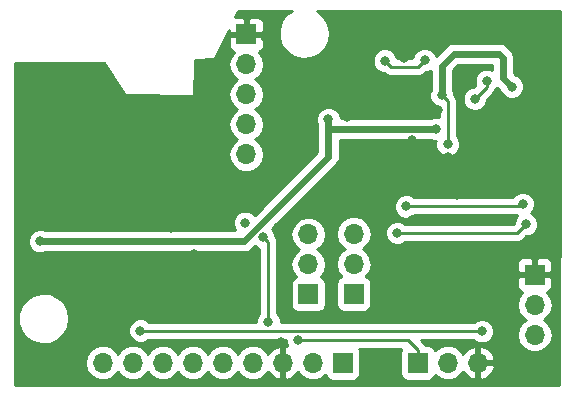
<source format=gbr>
G04 #@! TF.GenerationSoftware,KiCad,Pcbnew,(6.0.0-rc1-dev-1027-g90233e5ec)*
G04 #@! TF.CreationDate,2018-11-05T19:20:42+01:00*
G04 #@! TF.ProjectId,eBoard_remote_reciever,65426F6172645F72656D6F74655F7265,rev?*
G04 #@! TF.SameCoordinates,Original*
G04 #@! TF.FileFunction,Copper,L2,Bot*
G04 #@! TF.FilePolarity,Positive*
%FSLAX46Y46*%
G04 Gerber Fmt 4.6, Leading zero omitted, Abs format (unit mm)*
G04 Created by KiCad (PCBNEW (6.0.0-rc1-dev-1027-g90233e5ec)) date 05.11.2018 19.20.42*
%MOMM*%
%LPD*%
G01*
G04 APERTURE LIST*
G04 #@! TA.AperFunction,ComponentPad*
%ADD10O,1.700000X1.700000*%
G04 #@! TD*
G04 #@! TA.AperFunction,ComponentPad*
%ADD11R,1.700000X1.700000*%
G04 #@! TD*
G04 #@! TA.AperFunction,ViaPad*
%ADD12C,0.800000*%
G04 #@! TD*
G04 #@! TA.AperFunction,Conductor*
%ADD13C,0.600000*%
G04 #@! TD*
G04 #@! TA.AperFunction,Conductor*
%ADD14C,0.250000*%
G04 #@! TD*
G04 #@! TA.AperFunction,Conductor*
%ADD15C,0.254000*%
G04 #@! TD*
G04 APERTURE END LIST*
D10*
G04 #@! TO.P,J2,3*
G04 #@! TO.N,/A0*
X172450760Y-147477480D03*
G04 #@! TO.P,J2,2*
G04 #@! TO.N,3.3V*
X172450760Y-144937480D03*
D11*
G04 #@! TO.P,J2,1*
G04 #@! TO.N,GND*
X172450760Y-142397480D03*
G04 #@! TD*
D10*
G04 #@! TO.P,J105,3*
G04 #@! TO.N,/TXD_prejumper*
X153283920Y-138983720D03*
G04 #@! TO.P,J105,2*
G04 #@! TO.N,/TX*
X153283920Y-141523720D03*
D11*
G04 #@! TO.P,J105,1*
G04 #@! TO.N,/TXD*
X153283920Y-144063720D03*
G04 #@! TD*
D10*
G04 #@! TO.P,J104,3*
G04 #@! TO.N,/RXD_prejumper*
X157134560Y-138938000D03*
G04 #@! TO.P,J104,2*
G04 #@! TO.N,/RX*
X157134560Y-141478000D03*
D11*
G04 #@! TO.P,J104,1*
G04 #@! TO.N,/RXD*
X157134560Y-144018000D03*
G04 #@! TD*
D10*
G04 #@! TO.P,J103,3*
G04 #@! TO.N,GND*
X167640000Y-149860000D03*
G04 #@! TO.P,J103,2*
G04 #@! TO.N,VBUS*
X165100000Y-149860000D03*
D11*
G04 #@! TO.P,J103,1*
G04 #@! TO.N,/P0.11*
X162560000Y-149860000D03*
G04 #@! TD*
D10*
G04 #@! TO.P,J102,9*
G04 #@! TO.N,N/C*
X135890000Y-149860000D03*
G04 #@! TO.P,J102,8*
G04 #@! TO.N,Net-(J102-Pad8)*
X138430000Y-149860000D03*
G04 #@! TO.P,J102,7*
G04 #@! TO.N,Net-(J102-Pad7)*
X140970000Y-149860000D03*
G04 #@! TO.P,J102,6*
G04 #@! TO.N,Net-(J102-Pad6)*
X143510000Y-149860000D03*
G04 #@! TO.P,J102,5*
G04 #@! TO.N,Net-(J102-Pad5)*
X146050000Y-149860000D03*
G04 #@! TO.P,J102,4*
G04 #@! TO.N,VBUS*
X148590000Y-149860000D03*
G04 #@! TO.P,J102,3*
G04 #@! TO.N,GND*
X151130000Y-149860000D03*
G04 #@! TO.P,J102,2*
G04 #@! TO.N,/TXD*
X153670000Y-149860000D03*
D11*
G04 #@! TO.P,J102,1*
G04 #@! TO.N,/RXD*
X156210000Y-149860000D03*
G04 #@! TD*
D10*
G04 #@! TO.P,J101,5*
G04 #@! TO.N,/RESET*
X148026120Y-132217160D03*
G04 #@! TO.P,J101,4*
G04 #@! TO.N,/SWCLK*
X148026120Y-129677160D03*
G04 #@! TO.P,J101,3*
G04 #@! TO.N,/SWDIO*
X148026120Y-127137160D03*
G04 #@! TO.P,J101,2*
G04 #@! TO.N,3.3V*
X148026120Y-124597160D03*
D11*
G04 #@! TO.P,J101,1*
G04 #@! TO.N,GND*
X148026120Y-122057160D03*
G04 #@! TD*
D12*
G04 #@! TO.N,GND*
X167822880Y-132755640D03*
X169037000Y-132745480D03*
X167812720Y-131759960D03*
X166878000Y-125476000D03*
X166370000Y-126492000D03*
X169672000Y-128524000D03*
X167132000Y-128778000D03*
X169418000Y-127254000D03*
X169025000Y-131330000D03*
X161406840Y-124058680D03*
X133416040Y-138338560D03*
X129870200Y-134965440D03*
X133593840Y-124993400D03*
X136067800Y-125694440D03*
X145872200Y-124566680D03*
X149611080Y-122275600D03*
X154813000Y-123596400D03*
X163068000Y-122981720D03*
X161696400Y-121097040D03*
X166156640Y-122504200D03*
X168589960Y-139943840D03*
X165912800Y-135651240D03*
X166080440Y-137688320D03*
X162031680Y-135422640D03*
X161925000Y-139969240D03*
X165811200Y-139943840D03*
X172948600Y-140456920D03*
X169677080Y-149951440D03*
X150982680Y-148097240D03*
X137850880Y-143891000D03*
X135056880Y-144018000D03*
X140233400Y-140970000D03*
X143652240Y-140675360D03*
X141655800Y-138470640D03*
X144861280Y-138343640D03*
X153040080Y-132709920D03*
X153741120Y-129631440D03*
X156591000Y-129042160D03*
X162062160Y-130962400D03*
X157988000Y-135681720D03*
X164246560Y-128483360D03*
X162173920Y-128691640D03*
X165084760Y-132400040D03*
X162052000Y-137749280D03*
X164048440Y-142331440D03*
X144764760Y-135559800D03*
X145028920Y-136850120D03*
X143637000Y-137607040D03*
X135808720Y-134548880D03*
X136997440Y-134609840D03*
X135036560Y-137261600D03*
X139425680Y-130357880D03*
X137246360Y-127863600D03*
X137632440Y-131749800D03*
X141356080Y-128397000D03*
X140065760Y-133350000D03*
X141605000Y-130860800D03*
X146217640Y-123504960D03*
X133807200Y-126039880D03*
X135082280Y-125846840D03*
X149082760Y-136530080D03*
X150682960Y-138338560D03*
G04 #@! TO.N,3.3V*
X130586480Y-139557760D03*
X154995880Y-129230120D03*
X164124640Y-130083560D03*
G04 #@! TO.N,VBUS*
X170505120Y-126466600D03*
X164581840Y-127208280D03*
X165087814Y-131347106D03*
G04 #@! TO.N,/P0.11*
X147960080Y-137998200D03*
X149463760Y-139197080D03*
X149905720Y-146370040D03*
X152400000Y-147904200D03*
G04 #@! TO.N,Net-(R5-Pad1)*
X163139120Y-124236480D03*
X159766000Y-124272040D03*
G04 #@! TO.N,/USBD-*
X168402000Y-125984000D03*
X167386000Y-127508000D03*
G04 #@! TO.N,/RXD_prejumper*
X171719240Y-138120120D03*
X160807400Y-138856720D03*
G04 #@! TO.N,/TXD_prejumper*
X161574480Y-136616440D03*
X171439840Y-136403080D03*
G04 #@! TO.N,/A0*
X167990520Y-147177760D03*
X139080240Y-147121880D03*
G04 #@! TD*
D13*
G04 #@! TO.N,3.3V*
X130586480Y-139557760D02*
X138125200Y-139557760D01*
X138125200Y-139557760D02*
X147828000Y-139557760D01*
X147828000Y-139557760D02*
X154995880Y-132389880D01*
X154995880Y-130083560D02*
X164124640Y-130083560D01*
X154995880Y-130083560D02*
X154995880Y-129230120D01*
X154995880Y-132389880D02*
X154995880Y-130083560D01*
G04 #@! TO.N,VBUS*
X170505120Y-126466600D02*
X169758360Y-125719840D01*
X169758360Y-125719840D02*
X169758360Y-124023120D01*
X169758360Y-124023120D02*
X169428160Y-123692920D01*
X169428160Y-123692920D02*
X165592760Y-123692920D01*
X165592760Y-123692920D02*
X164581840Y-124703840D01*
X164581840Y-124703840D02*
X164581840Y-127208280D01*
D14*
X165087814Y-127714254D02*
X164581840Y-127208280D01*
X165087814Y-131347106D02*
X165087814Y-127714254D01*
G04 #@! TO.N,/P0.11*
X149463760Y-139197080D02*
X149905720Y-139639040D01*
X149905720Y-139639040D02*
X149905720Y-146370040D01*
X162560000Y-148760000D02*
X162560000Y-149860000D01*
X161704200Y-147904200D02*
X162560000Y-148760000D01*
X152400000Y-147904200D02*
X161704200Y-147904200D01*
G04 #@! TO.N,Net-(R5-Pad1)*
X160277641Y-124783681D02*
X159766000Y-124272040D01*
X163139120Y-124236480D02*
X162591919Y-124783681D01*
X162591919Y-124783681D02*
X160277641Y-124783681D01*
G04 #@! TO.N,/USBD-*
X168402000Y-125984000D02*
X168402000Y-126492000D01*
X168402000Y-126492000D02*
X167386000Y-127508000D01*
G04 #@! TO.N,/RXD_prejumper*
X171719240Y-138120120D02*
X170982640Y-138856720D01*
X170982640Y-138856720D02*
X160807400Y-138856720D01*
G04 #@! TO.N,/TXD_prejumper*
X161574480Y-136616440D02*
X171226480Y-136616440D01*
X171226480Y-136616440D02*
X171439840Y-136403080D01*
G04 #@! TO.N,/A0*
X139080240Y-147121880D02*
X139136120Y-147177760D01*
X139136120Y-147177760D02*
X167990520Y-147177760D01*
G04 #@! TD*
D15*
G04 #@! TO.N,GND*
G36*
X151431254Y-120335844D02*
X150994158Y-120908577D01*
X150766146Y-121592014D01*
X150771805Y-122312462D01*
X151010524Y-122992233D01*
X151456562Y-123558030D01*
X152061823Y-123948842D01*
X152761044Y-124122529D01*
X153478826Y-124060363D01*
X154137772Y-123769046D01*
X154666829Y-123279991D01*
X155008948Y-122645932D01*
X155127240Y-121935240D01*
X155126969Y-121900777D01*
X154997529Y-121192031D01*
X154645493Y-120563424D01*
X154108819Y-120082740D01*
X154007885Y-120040000D01*
X174600000Y-120040000D01*
X174600000Y-130201562D01*
X174503647Y-151719349D01*
X136811535Y-151740000D01*
X128472800Y-151740000D01*
X128472800Y-149860000D01*
X134375908Y-149860000D01*
X134491161Y-150439418D01*
X134819375Y-150930625D01*
X135310582Y-151258839D01*
X135743744Y-151345000D01*
X136036256Y-151345000D01*
X136469418Y-151258839D01*
X136960625Y-150930625D01*
X137160000Y-150632239D01*
X137359375Y-150930625D01*
X137850582Y-151258839D01*
X138283744Y-151345000D01*
X138576256Y-151345000D01*
X139009418Y-151258839D01*
X139500625Y-150930625D01*
X139700000Y-150632239D01*
X139899375Y-150930625D01*
X140390582Y-151258839D01*
X140823744Y-151345000D01*
X141116256Y-151345000D01*
X141549418Y-151258839D01*
X142040625Y-150930625D01*
X142240000Y-150632239D01*
X142439375Y-150930625D01*
X142930582Y-151258839D01*
X143363744Y-151345000D01*
X143656256Y-151345000D01*
X144089418Y-151258839D01*
X144580625Y-150930625D01*
X144780000Y-150632239D01*
X144979375Y-150930625D01*
X145470582Y-151258839D01*
X145903744Y-151345000D01*
X146196256Y-151345000D01*
X146629418Y-151258839D01*
X147120625Y-150930625D01*
X147320000Y-150632239D01*
X147519375Y-150930625D01*
X148010582Y-151258839D01*
X148443744Y-151345000D01*
X148736256Y-151345000D01*
X149169418Y-151258839D01*
X149660625Y-150930625D01*
X149873843Y-150611522D01*
X149934817Y-150741358D01*
X150363076Y-151131645D01*
X150773110Y-151301476D01*
X151003000Y-151180155D01*
X151003000Y-149987000D01*
X150983000Y-149987000D01*
X150983000Y-149733000D01*
X151003000Y-149733000D01*
X151003000Y-148539845D01*
X150773110Y-148418524D01*
X150363076Y-148588355D01*
X149934817Y-148978642D01*
X149873843Y-149108478D01*
X149660625Y-148789375D01*
X149169418Y-148461161D01*
X148736256Y-148375000D01*
X148443744Y-148375000D01*
X148010582Y-148461161D01*
X147519375Y-148789375D01*
X147320000Y-149087761D01*
X147120625Y-148789375D01*
X146629418Y-148461161D01*
X146196256Y-148375000D01*
X145903744Y-148375000D01*
X145470582Y-148461161D01*
X144979375Y-148789375D01*
X144780000Y-149087761D01*
X144580625Y-148789375D01*
X144089418Y-148461161D01*
X143656256Y-148375000D01*
X143363744Y-148375000D01*
X142930582Y-148461161D01*
X142439375Y-148789375D01*
X142240000Y-149087761D01*
X142040625Y-148789375D01*
X141549418Y-148461161D01*
X141116256Y-148375000D01*
X140823744Y-148375000D01*
X140390582Y-148461161D01*
X139899375Y-148789375D01*
X139700000Y-149087761D01*
X139500625Y-148789375D01*
X139009418Y-148461161D01*
X138576256Y-148375000D01*
X138283744Y-148375000D01*
X137850582Y-148461161D01*
X137359375Y-148789375D01*
X137160000Y-149087761D01*
X136960625Y-148789375D01*
X136469418Y-148461161D01*
X136036256Y-148375000D01*
X135743744Y-148375000D01*
X135310582Y-148461161D01*
X134819375Y-148789375D01*
X134491161Y-149280582D01*
X134375908Y-149860000D01*
X128472800Y-149860000D01*
X128472800Y-145762782D01*
X128709807Y-145762782D01*
X128715464Y-146482961D01*
X128954094Y-147162479D01*
X129399965Y-147728065D01*
X130005001Y-148118732D01*
X130703961Y-148292354D01*
X131421475Y-148230210D01*
X132080176Y-147939002D01*
X132609036Y-147450129D01*
X132951028Y-146816307D01*
X133069275Y-146105880D01*
X133069004Y-146071430D01*
X132939613Y-145362948D01*
X132587707Y-144734576D01*
X132051234Y-144254070D01*
X131388041Y-143973244D01*
X130669638Y-143922379D01*
X129973492Y-144106958D01*
X129374667Y-144507080D01*
X128937734Y-145079600D01*
X128709807Y-145762782D01*
X128472800Y-145762782D01*
X128472800Y-139351886D01*
X129551480Y-139351886D01*
X129551480Y-139763634D01*
X129709049Y-140144040D01*
X130000200Y-140435191D01*
X130380606Y-140592760D01*
X130792354Y-140592760D01*
X131033776Y-140492760D01*
X147735914Y-140492760D01*
X147828000Y-140511077D01*
X147920086Y-140492760D01*
X148192819Y-140438510D01*
X148502097Y-140231857D01*
X148554261Y-140153788D01*
X148755509Y-139952540D01*
X148877480Y-140074511D01*
X149145720Y-140185619D01*
X149145721Y-145666328D01*
X149028289Y-145783760D01*
X148870720Y-146164166D01*
X148870720Y-146417760D01*
X139839831Y-146417760D01*
X139666520Y-146244449D01*
X139286114Y-146086880D01*
X138874366Y-146086880D01*
X138493960Y-146244449D01*
X138202809Y-146535600D01*
X138045240Y-146916006D01*
X138045240Y-147327754D01*
X138202809Y-147708160D01*
X138493960Y-147999311D01*
X138874366Y-148156880D01*
X139286114Y-148156880D01*
X139666520Y-147999311D01*
X139728071Y-147937760D01*
X151365000Y-147937760D01*
X151365000Y-148110074D01*
X151493980Y-148421461D01*
X151486890Y-148418524D01*
X151257000Y-148539845D01*
X151257000Y-149733000D01*
X151277000Y-149733000D01*
X151277000Y-149987000D01*
X151257000Y-149987000D01*
X151257000Y-151180155D01*
X151486890Y-151301476D01*
X151896924Y-151131645D01*
X152325183Y-150741358D01*
X152386157Y-150611522D01*
X152599375Y-150930625D01*
X153090582Y-151258839D01*
X153523744Y-151345000D01*
X153816256Y-151345000D01*
X154249418Y-151258839D01*
X154740625Y-150930625D01*
X154752816Y-150912381D01*
X154761843Y-150957765D01*
X154902191Y-151167809D01*
X155112235Y-151308157D01*
X155360000Y-151357440D01*
X157060000Y-151357440D01*
X157307765Y-151308157D01*
X157517809Y-151167809D01*
X157658157Y-150957765D01*
X157707440Y-150710000D01*
X157707440Y-149010000D01*
X157658157Y-148762235D01*
X157592652Y-148664200D01*
X161177348Y-148664200D01*
X161111843Y-148762235D01*
X161062560Y-149010000D01*
X161062560Y-150710000D01*
X161111843Y-150957765D01*
X161252191Y-151167809D01*
X161462235Y-151308157D01*
X161710000Y-151357440D01*
X163410000Y-151357440D01*
X163657765Y-151308157D01*
X163867809Y-151167809D01*
X164008157Y-150957765D01*
X164017184Y-150912381D01*
X164029375Y-150930625D01*
X164520582Y-151258839D01*
X164953744Y-151345000D01*
X165246256Y-151345000D01*
X165679418Y-151258839D01*
X166170625Y-150930625D01*
X166383843Y-150611522D01*
X166444817Y-150741358D01*
X166873076Y-151131645D01*
X167283110Y-151301476D01*
X167513000Y-151180155D01*
X167513000Y-149987000D01*
X167767000Y-149987000D01*
X167767000Y-151180155D01*
X167996890Y-151301476D01*
X168406924Y-151131645D01*
X168835183Y-150741358D01*
X169081486Y-150216892D01*
X168960819Y-149987000D01*
X167767000Y-149987000D01*
X167513000Y-149987000D01*
X167493000Y-149987000D01*
X167493000Y-149733000D01*
X167513000Y-149733000D01*
X167513000Y-148539845D01*
X167767000Y-148539845D01*
X167767000Y-149733000D01*
X168960819Y-149733000D01*
X169081486Y-149503108D01*
X168835183Y-148978642D01*
X168406924Y-148588355D01*
X167996890Y-148418524D01*
X167767000Y-148539845D01*
X167513000Y-148539845D01*
X167283110Y-148418524D01*
X166873076Y-148588355D01*
X166444817Y-148978642D01*
X166383843Y-149108478D01*
X166170625Y-148789375D01*
X165679418Y-148461161D01*
X165246256Y-148375000D01*
X164953744Y-148375000D01*
X164520582Y-148461161D01*
X164029375Y-148789375D01*
X164017184Y-148807619D01*
X164008157Y-148762235D01*
X163867809Y-148552191D01*
X163657765Y-148411843D01*
X163410000Y-148362560D01*
X163208483Y-148362560D01*
X163107929Y-148212071D01*
X163044473Y-148169671D01*
X162812562Y-147937760D01*
X167286809Y-147937760D01*
X167404240Y-148055191D01*
X167784646Y-148212760D01*
X168196394Y-148212760D01*
X168576800Y-148055191D01*
X168867951Y-147764040D01*
X169025520Y-147383634D01*
X169025520Y-146971886D01*
X168867951Y-146591480D01*
X168576800Y-146300329D01*
X168196394Y-146142760D01*
X167784646Y-146142760D01*
X167404240Y-146300329D01*
X167286809Y-146417760D01*
X150940720Y-146417760D01*
X150940720Y-146164166D01*
X150783151Y-145783760D01*
X150665720Y-145666329D01*
X150665720Y-139713888D01*
X150680608Y-139639040D01*
X150665720Y-139564192D01*
X150665720Y-139564188D01*
X150631200Y-139390645D01*
X150621624Y-139342502D01*
X150521690Y-139192942D01*
X150498760Y-139158624D01*
X150498760Y-138991206D01*
X150495660Y-138983720D01*
X151769828Y-138983720D01*
X151885081Y-139563138D01*
X152213295Y-140054345D01*
X152511681Y-140253720D01*
X152213295Y-140453095D01*
X151885081Y-140944302D01*
X151769828Y-141523720D01*
X151885081Y-142103138D01*
X152213295Y-142594345D01*
X152231539Y-142606536D01*
X152186155Y-142615563D01*
X151976111Y-142755911D01*
X151835763Y-142965955D01*
X151786480Y-143213720D01*
X151786480Y-144913720D01*
X151835763Y-145161485D01*
X151976111Y-145371529D01*
X152186155Y-145511877D01*
X152433920Y-145561160D01*
X154133920Y-145561160D01*
X154381685Y-145511877D01*
X154591729Y-145371529D01*
X154732077Y-145161485D01*
X154781360Y-144913720D01*
X154781360Y-143213720D01*
X154732077Y-142965955D01*
X154591729Y-142755911D01*
X154381685Y-142615563D01*
X154336301Y-142606536D01*
X154354545Y-142594345D01*
X154682759Y-142103138D01*
X154798012Y-141523720D01*
X154682759Y-140944302D01*
X154354545Y-140453095D01*
X154056159Y-140253720D01*
X154354545Y-140054345D01*
X154682759Y-139563138D01*
X154798012Y-138983720D01*
X154788918Y-138938000D01*
X155620468Y-138938000D01*
X155735721Y-139517418D01*
X156063935Y-140008625D01*
X156362321Y-140208000D01*
X156063935Y-140407375D01*
X155735721Y-140898582D01*
X155620468Y-141478000D01*
X155735721Y-142057418D01*
X156063935Y-142548625D01*
X156082179Y-142560816D01*
X156036795Y-142569843D01*
X155826751Y-142710191D01*
X155686403Y-142920235D01*
X155637120Y-143168000D01*
X155637120Y-144868000D01*
X155686403Y-145115765D01*
X155826751Y-145325809D01*
X156036795Y-145466157D01*
X156284560Y-145515440D01*
X157984560Y-145515440D01*
X158232325Y-145466157D01*
X158442369Y-145325809D01*
X158582717Y-145115765D01*
X158618179Y-144937480D01*
X170936668Y-144937480D01*
X171051921Y-145516898D01*
X171380135Y-146008105D01*
X171678521Y-146207480D01*
X171380135Y-146406855D01*
X171051921Y-146898062D01*
X170936668Y-147477480D01*
X171051921Y-148056898D01*
X171380135Y-148548105D01*
X171871342Y-148876319D01*
X172304504Y-148962480D01*
X172597016Y-148962480D01*
X173030178Y-148876319D01*
X173521385Y-148548105D01*
X173849599Y-148056898D01*
X173964852Y-147477480D01*
X173849599Y-146898062D01*
X173521385Y-146406855D01*
X173222999Y-146207480D01*
X173521385Y-146008105D01*
X173849599Y-145516898D01*
X173964852Y-144937480D01*
X173849599Y-144358062D01*
X173521385Y-143866855D01*
X173499727Y-143852384D01*
X173660458Y-143785807D01*
X173839087Y-143607179D01*
X173935760Y-143373790D01*
X173935760Y-142683230D01*
X173777010Y-142524480D01*
X172577760Y-142524480D01*
X172577760Y-142544480D01*
X172323760Y-142544480D01*
X172323760Y-142524480D01*
X171124510Y-142524480D01*
X170965760Y-142683230D01*
X170965760Y-143373790D01*
X171062433Y-143607179D01*
X171241062Y-143785807D01*
X171401793Y-143852384D01*
X171380135Y-143866855D01*
X171051921Y-144358062D01*
X170936668Y-144937480D01*
X158618179Y-144937480D01*
X158632000Y-144868000D01*
X158632000Y-143168000D01*
X158582717Y-142920235D01*
X158442369Y-142710191D01*
X158232325Y-142569843D01*
X158186941Y-142560816D01*
X158205185Y-142548625D01*
X158533399Y-142057418D01*
X158648652Y-141478000D01*
X158637348Y-141421170D01*
X170965760Y-141421170D01*
X170965760Y-142111730D01*
X171124510Y-142270480D01*
X172323760Y-142270480D01*
X172323760Y-141071230D01*
X172577760Y-141071230D01*
X172577760Y-142270480D01*
X173777010Y-142270480D01*
X173935760Y-142111730D01*
X173935760Y-141421170D01*
X173839087Y-141187781D01*
X173660458Y-141009153D01*
X173427069Y-140912480D01*
X172736510Y-140912480D01*
X172577760Y-141071230D01*
X172323760Y-141071230D01*
X172165010Y-140912480D01*
X171474451Y-140912480D01*
X171241062Y-141009153D01*
X171062433Y-141187781D01*
X170965760Y-141421170D01*
X158637348Y-141421170D01*
X158533399Y-140898582D01*
X158205185Y-140407375D01*
X157906799Y-140208000D01*
X158205185Y-140008625D01*
X158533399Y-139517418D01*
X158648652Y-138938000D01*
X158591534Y-138650846D01*
X159772400Y-138650846D01*
X159772400Y-139062594D01*
X159929969Y-139443000D01*
X160221120Y-139734151D01*
X160601526Y-139891720D01*
X161013274Y-139891720D01*
X161393680Y-139734151D01*
X161511111Y-139616720D01*
X170907793Y-139616720D01*
X170982640Y-139631608D01*
X171057487Y-139616720D01*
X171057492Y-139616720D01*
X171279177Y-139572624D01*
X171530569Y-139404649D01*
X171572971Y-139341190D01*
X171759041Y-139155120D01*
X171925114Y-139155120D01*
X172305520Y-138997551D01*
X172596671Y-138706400D01*
X172754240Y-138325994D01*
X172754240Y-137914246D01*
X172596671Y-137533840D01*
X172305520Y-137242689D01*
X172134698Y-137171933D01*
X172317271Y-136989360D01*
X172474840Y-136608954D01*
X172474840Y-136197206D01*
X172317271Y-135816800D01*
X172026120Y-135525649D01*
X171645714Y-135368080D01*
X171233966Y-135368080D01*
X170853560Y-135525649D01*
X170562409Y-135816800D01*
X170545990Y-135856440D01*
X162278191Y-135856440D01*
X162160760Y-135739009D01*
X161780354Y-135581440D01*
X161368606Y-135581440D01*
X160988200Y-135739009D01*
X160697049Y-136030160D01*
X160539480Y-136410566D01*
X160539480Y-136822314D01*
X160697049Y-137202720D01*
X160988200Y-137493871D01*
X161368606Y-137651440D01*
X161780354Y-137651440D01*
X162160760Y-137493871D01*
X162278191Y-137376440D01*
X170999209Y-137376440D01*
X170841809Y-137533840D01*
X170684240Y-137914246D01*
X170684240Y-138080319D01*
X170667839Y-138096720D01*
X161511111Y-138096720D01*
X161393680Y-137979289D01*
X161013274Y-137821720D01*
X160601526Y-137821720D01*
X160221120Y-137979289D01*
X159929969Y-138270440D01*
X159772400Y-138650846D01*
X158591534Y-138650846D01*
X158533399Y-138358582D01*
X158205185Y-137867375D01*
X157713978Y-137539161D01*
X157280816Y-137453000D01*
X156988304Y-137453000D01*
X156555142Y-137539161D01*
X156063935Y-137867375D01*
X155735721Y-138358582D01*
X155620468Y-138938000D01*
X154788918Y-138938000D01*
X154682759Y-138404302D01*
X154354545Y-137913095D01*
X153863338Y-137584881D01*
X153430176Y-137498720D01*
X153137664Y-137498720D01*
X152704502Y-137584881D01*
X152213295Y-137913095D01*
X151885081Y-138404302D01*
X151769828Y-138983720D01*
X150495660Y-138983720D01*
X150341191Y-138610800D01*
X150219220Y-138488829D01*
X155591911Y-133116139D01*
X155669977Y-133063977D01*
X155876630Y-132754699D01*
X155930880Y-132481966D01*
X155930880Y-132481965D01*
X155949197Y-132389881D01*
X155930880Y-132297795D01*
X155930880Y-131018560D01*
X163677344Y-131018560D01*
X163918766Y-131118560D01*
X164062205Y-131118560D01*
X164052814Y-131141232D01*
X164052814Y-131552980D01*
X164210383Y-131933386D01*
X164501534Y-132224537D01*
X164881940Y-132382106D01*
X165293688Y-132382106D01*
X165674094Y-132224537D01*
X165965245Y-131933386D01*
X166122814Y-131552980D01*
X166122814Y-131141232D01*
X165965245Y-130760826D01*
X165847814Y-130643395D01*
X165847814Y-127789100D01*
X165862702Y-127714253D01*
X165847814Y-127639406D01*
X165847814Y-127639402D01*
X165803718Y-127417717D01*
X165754483Y-127344031D01*
X165678143Y-127229780D01*
X165678141Y-127229778D01*
X165635743Y-127166325D01*
X165616840Y-127153694D01*
X165616840Y-127002406D01*
X165516840Y-126760984D01*
X165516840Y-125091129D01*
X165980050Y-124627920D01*
X168823361Y-124627920D01*
X168823360Y-125038257D01*
X168607874Y-124949000D01*
X168196126Y-124949000D01*
X167815720Y-125106569D01*
X167524569Y-125397720D01*
X167367000Y-125778126D01*
X167367000Y-126189874D01*
X167443833Y-126375365D01*
X167346199Y-126473000D01*
X167180126Y-126473000D01*
X166799720Y-126630569D01*
X166508569Y-126921720D01*
X166351000Y-127302126D01*
X166351000Y-127713874D01*
X166508569Y-128094280D01*
X166799720Y-128385431D01*
X167180126Y-128543000D01*
X167591874Y-128543000D01*
X167972280Y-128385431D01*
X168263431Y-128094280D01*
X168421000Y-127713874D01*
X168421000Y-127547801D01*
X168886473Y-127082329D01*
X168949929Y-127039929D01*
X169117904Y-126788537D01*
X169131990Y-126717721D01*
X169279431Y-126570280D01*
X169281505Y-126565274D01*
X169527689Y-126811459D01*
X169627689Y-127052880D01*
X169918840Y-127344031D01*
X170299246Y-127501600D01*
X170710994Y-127501600D01*
X171091400Y-127344031D01*
X171382551Y-127052880D01*
X171540120Y-126672474D01*
X171540120Y-126260726D01*
X171382551Y-125880320D01*
X171091400Y-125589169D01*
X170849979Y-125489169D01*
X170693360Y-125332551D01*
X170693360Y-124115201D01*
X170711676Y-124023119D01*
X170693360Y-123931037D01*
X170693360Y-123931034D01*
X170639110Y-123658301D01*
X170432457Y-123349023D01*
X170354388Y-123296859D01*
X170154421Y-123096892D01*
X170102257Y-123018823D01*
X169792979Y-122812170D01*
X169520246Y-122757920D01*
X169428160Y-122739603D01*
X169336074Y-122757920D01*
X165684846Y-122757920D01*
X165592760Y-122739603D01*
X165500674Y-122757920D01*
X165227941Y-122812170D01*
X164918663Y-123018823D01*
X164866501Y-123096889D01*
X164103435Y-123859956D01*
X164016551Y-123650200D01*
X163725400Y-123359049D01*
X163344994Y-123201480D01*
X162933246Y-123201480D01*
X162552840Y-123359049D01*
X162261689Y-123650200D01*
X162106988Y-124023681D01*
X160783402Y-124023681D01*
X160643431Y-123685760D01*
X160352280Y-123394609D01*
X159971874Y-123237040D01*
X159560126Y-123237040D01*
X159179720Y-123394609D01*
X158888569Y-123685760D01*
X158731000Y-124066166D01*
X158731000Y-124477914D01*
X158888569Y-124858320D01*
X159179720Y-125149471D01*
X159560126Y-125307040D01*
X159713295Y-125307040D01*
X159729712Y-125331610D01*
X159981104Y-125499585D01*
X160202789Y-125543681D01*
X160202793Y-125543681D01*
X160277641Y-125558569D01*
X160352489Y-125543681D01*
X162517072Y-125543681D01*
X162591919Y-125558569D01*
X162666766Y-125543681D01*
X162666771Y-125543681D01*
X162888456Y-125499585D01*
X163139848Y-125331610D01*
X163180026Y-125271480D01*
X163344994Y-125271480D01*
X163646840Y-125146451D01*
X163646841Y-126760982D01*
X163546840Y-127002406D01*
X163546840Y-127414154D01*
X163704409Y-127794560D01*
X163995560Y-128085711D01*
X164327815Y-128223335D01*
X164327815Y-129048560D01*
X163918766Y-129048560D01*
X163677344Y-129148560D01*
X156030880Y-129148560D01*
X156030880Y-129024246D01*
X155873311Y-128643840D01*
X155582160Y-128352689D01*
X155201754Y-128195120D01*
X154790006Y-128195120D01*
X154409600Y-128352689D01*
X154118449Y-128643840D01*
X153960880Y-129024246D01*
X153960880Y-129435994D01*
X154060880Y-129677416D01*
X154060880Y-129991474D01*
X154042563Y-130083560D01*
X154060881Y-130175650D01*
X154060880Y-132002590D01*
X148744531Y-137318940D01*
X148546360Y-137120769D01*
X148165954Y-136963200D01*
X147754206Y-136963200D01*
X147373800Y-137120769D01*
X147082649Y-137411920D01*
X146925080Y-137792326D01*
X146925080Y-138204074D01*
X147082649Y-138584480D01*
X147120929Y-138622760D01*
X131033776Y-138622760D01*
X130792354Y-138522760D01*
X130380606Y-138522760D01*
X130000200Y-138680329D01*
X129709049Y-138971480D01*
X129551480Y-139351886D01*
X128472800Y-139351886D01*
X128472800Y-126805767D01*
X128479908Y-124455334D01*
X135994170Y-124464992D01*
X137770161Y-127166289D01*
X137826416Y-127213321D01*
X137874910Y-127223513D01*
X143523870Y-127284473D01*
X143573254Y-127275054D01*
X143614592Y-127247730D01*
X143642328Y-127206667D01*
X143652238Y-127158115D01*
X143665042Y-124597160D01*
X146512028Y-124597160D01*
X146627281Y-125176578D01*
X146955495Y-125667785D01*
X147253881Y-125867160D01*
X146955495Y-126066535D01*
X146627281Y-126557742D01*
X146512028Y-127137160D01*
X146627281Y-127716578D01*
X146955495Y-128207785D01*
X147253881Y-128407160D01*
X146955495Y-128606535D01*
X146627281Y-129097742D01*
X146512028Y-129677160D01*
X146627281Y-130256578D01*
X146955495Y-130747785D01*
X147253881Y-130947160D01*
X146955495Y-131146535D01*
X146627281Y-131637742D01*
X146512028Y-132217160D01*
X146627281Y-132796578D01*
X146955495Y-133287785D01*
X147446702Y-133615999D01*
X147879864Y-133702160D01*
X148172376Y-133702160D01*
X148605538Y-133615999D01*
X149096745Y-133287785D01*
X149424959Y-132796578D01*
X149540212Y-132217160D01*
X149424959Y-131637742D01*
X149096745Y-131146535D01*
X148798359Y-130947160D01*
X149096745Y-130747785D01*
X149424959Y-130256578D01*
X149540212Y-129677160D01*
X149424959Y-129097742D01*
X149096745Y-128606535D01*
X148798359Y-128407160D01*
X149096745Y-128207785D01*
X149424959Y-127716578D01*
X149540212Y-127137160D01*
X149424959Y-126557742D01*
X149096745Y-126066535D01*
X148798359Y-125867160D01*
X149096745Y-125667785D01*
X149424959Y-125176578D01*
X149540212Y-124597160D01*
X149424959Y-124017742D01*
X149096745Y-123526535D01*
X149075087Y-123512064D01*
X149235818Y-123445487D01*
X149414447Y-123266859D01*
X149511120Y-123033470D01*
X149511120Y-122342910D01*
X149352370Y-122184160D01*
X148153120Y-122184160D01*
X148153120Y-122204160D01*
X147899120Y-122204160D01*
X147899120Y-122184160D01*
X146699870Y-122184160D01*
X146541120Y-122342910D01*
X146541120Y-123033470D01*
X146637793Y-123266859D01*
X146816422Y-123445487D01*
X146977153Y-123512064D01*
X146955495Y-123526535D01*
X146627281Y-124017742D01*
X146512028Y-124597160D01*
X143665042Y-124597160D01*
X143666878Y-124230111D01*
X145314880Y-124144870D01*
X145351705Y-124137400D01*
X145394080Y-124111711D01*
X145423398Y-124071762D01*
X146541120Y-121677484D01*
X146541120Y-121771410D01*
X146699870Y-121930160D01*
X147899120Y-121930160D01*
X147899120Y-120730910D01*
X148153120Y-120730910D01*
X148153120Y-121930160D01*
X149352370Y-121930160D01*
X149511120Y-121771410D01*
X149511120Y-121080850D01*
X149414447Y-120847461D01*
X149235818Y-120668833D01*
X149002429Y-120572160D01*
X148311870Y-120572160D01*
X148153120Y-120730910D01*
X147899120Y-120730910D01*
X147740370Y-120572160D01*
X147057119Y-120572160D01*
X147305547Y-120040000D01*
X151874017Y-120040000D01*
X151431254Y-120335844D01*
X151431254Y-120335844D01*
G37*
X151431254Y-120335844D02*
X150994158Y-120908577D01*
X150766146Y-121592014D01*
X150771805Y-122312462D01*
X151010524Y-122992233D01*
X151456562Y-123558030D01*
X152061823Y-123948842D01*
X152761044Y-124122529D01*
X153478826Y-124060363D01*
X154137772Y-123769046D01*
X154666829Y-123279991D01*
X155008948Y-122645932D01*
X155127240Y-121935240D01*
X155126969Y-121900777D01*
X154997529Y-121192031D01*
X154645493Y-120563424D01*
X154108819Y-120082740D01*
X154007885Y-120040000D01*
X174600000Y-120040000D01*
X174600000Y-130201562D01*
X174503647Y-151719349D01*
X136811535Y-151740000D01*
X128472800Y-151740000D01*
X128472800Y-149860000D01*
X134375908Y-149860000D01*
X134491161Y-150439418D01*
X134819375Y-150930625D01*
X135310582Y-151258839D01*
X135743744Y-151345000D01*
X136036256Y-151345000D01*
X136469418Y-151258839D01*
X136960625Y-150930625D01*
X137160000Y-150632239D01*
X137359375Y-150930625D01*
X137850582Y-151258839D01*
X138283744Y-151345000D01*
X138576256Y-151345000D01*
X139009418Y-151258839D01*
X139500625Y-150930625D01*
X139700000Y-150632239D01*
X139899375Y-150930625D01*
X140390582Y-151258839D01*
X140823744Y-151345000D01*
X141116256Y-151345000D01*
X141549418Y-151258839D01*
X142040625Y-150930625D01*
X142240000Y-150632239D01*
X142439375Y-150930625D01*
X142930582Y-151258839D01*
X143363744Y-151345000D01*
X143656256Y-151345000D01*
X144089418Y-151258839D01*
X144580625Y-150930625D01*
X144780000Y-150632239D01*
X144979375Y-150930625D01*
X145470582Y-151258839D01*
X145903744Y-151345000D01*
X146196256Y-151345000D01*
X146629418Y-151258839D01*
X147120625Y-150930625D01*
X147320000Y-150632239D01*
X147519375Y-150930625D01*
X148010582Y-151258839D01*
X148443744Y-151345000D01*
X148736256Y-151345000D01*
X149169418Y-151258839D01*
X149660625Y-150930625D01*
X149873843Y-150611522D01*
X149934817Y-150741358D01*
X150363076Y-151131645D01*
X150773110Y-151301476D01*
X151003000Y-151180155D01*
X151003000Y-149987000D01*
X150983000Y-149987000D01*
X150983000Y-149733000D01*
X151003000Y-149733000D01*
X151003000Y-148539845D01*
X150773110Y-148418524D01*
X150363076Y-148588355D01*
X149934817Y-148978642D01*
X149873843Y-149108478D01*
X149660625Y-148789375D01*
X149169418Y-148461161D01*
X148736256Y-148375000D01*
X148443744Y-148375000D01*
X148010582Y-148461161D01*
X147519375Y-148789375D01*
X147320000Y-149087761D01*
X147120625Y-148789375D01*
X146629418Y-148461161D01*
X146196256Y-148375000D01*
X145903744Y-148375000D01*
X145470582Y-148461161D01*
X144979375Y-148789375D01*
X144780000Y-149087761D01*
X144580625Y-148789375D01*
X144089418Y-148461161D01*
X143656256Y-148375000D01*
X143363744Y-148375000D01*
X142930582Y-148461161D01*
X142439375Y-148789375D01*
X142240000Y-149087761D01*
X142040625Y-148789375D01*
X141549418Y-148461161D01*
X141116256Y-148375000D01*
X140823744Y-148375000D01*
X140390582Y-148461161D01*
X139899375Y-148789375D01*
X139700000Y-149087761D01*
X139500625Y-148789375D01*
X139009418Y-148461161D01*
X138576256Y-148375000D01*
X138283744Y-148375000D01*
X137850582Y-148461161D01*
X137359375Y-148789375D01*
X137160000Y-149087761D01*
X136960625Y-148789375D01*
X136469418Y-148461161D01*
X136036256Y-148375000D01*
X135743744Y-148375000D01*
X135310582Y-148461161D01*
X134819375Y-148789375D01*
X134491161Y-149280582D01*
X134375908Y-149860000D01*
X128472800Y-149860000D01*
X128472800Y-145762782D01*
X128709807Y-145762782D01*
X128715464Y-146482961D01*
X128954094Y-147162479D01*
X129399965Y-147728065D01*
X130005001Y-148118732D01*
X130703961Y-148292354D01*
X131421475Y-148230210D01*
X132080176Y-147939002D01*
X132609036Y-147450129D01*
X132951028Y-146816307D01*
X133069275Y-146105880D01*
X133069004Y-146071430D01*
X132939613Y-145362948D01*
X132587707Y-144734576D01*
X132051234Y-144254070D01*
X131388041Y-143973244D01*
X130669638Y-143922379D01*
X129973492Y-144106958D01*
X129374667Y-144507080D01*
X128937734Y-145079600D01*
X128709807Y-145762782D01*
X128472800Y-145762782D01*
X128472800Y-139351886D01*
X129551480Y-139351886D01*
X129551480Y-139763634D01*
X129709049Y-140144040D01*
X130000200Y-140435191D01*
X130380606Y-140592760D01*
X130792354Y-140592760D01*
X131033776Y-140492760D01*
X147735914Y-140492760D01*
X147828000Y-140511077D01*
X147920086Y-140492760D01*
X148192819Y-140438510D01*
X148502097Y-140231857D01*
X148554261Y-140153788D01*
X148755509Y-139952540D01*
X148877480Y-140074511D01*
X149145720Y-140185619D01*
X149145721Y-145666328D01*
X149028289Y-145783760D01*
X148870720Y-146164166D01*
X148870720Y-146417760D01*
X139839831Y-146417760D01*
X139666520Y-146244449D01*
X139286114Y-146086880D01*
X138874366Y-146086880D01*
X138493960Y-146244449D01*
X138202809Y-146535600D01*
X138045240Y-146916006D01*
X138045240Y-147327754D01*
X138202809Y-147708160D01*
X138493960Y-147999311D01*
X138874366Y-148156880D01*
X139286114Y-148156880D01*
X139666520Y-147999311D01*
X139728071Y-147937760D01*
X151365000Y-147937760D01*
X151365000Y-148110074D01*
X151493980Y-148421461D01*
X151486890Y-148418524D01*
X151257000Y-148539845D01*
X151257000Y-149733000D01*
X151277000Y-149733000D01*
X151277000Y-149987000D01*
X151257000Y-149987000D01*
X151257000Y-151180155D01*
X151486890Y-151301476D01*
X151896924Y-151131645D01*
X152325183Y-150741358D01*
X152386157Y-150611522D01*
X152599375Y-150930625D01*
X153090582Y-151258839D01*
X153523744Y-151345000D01*
X153816256Y-151345000D01*
X154249418Y-151258839D01*
X154740625Y-150930625D01*
X154752816Y-150912381D01*
X154761843Y-150957765D01*
X154902191Y-151167809D01*
X155112235Y-151308157D01*
X155360000Y-151357440D01*
X157060000Y-151357440D01*
X157307765Y-151308157D01*
X157517809Y-151167809D01*
X157658157Y-150957765D01*
X157707440Y-150710000D01*
X157707440Y-149010000D01*
X157658157Y-148762235D01*
X157592652Y-148664200D01*
X161177348Y-148664200D01*
X161111843Y-148762235D01*
X161062560Y-149010000D01*
X161062560Y-150710000D01*
X161111843Y-150957765D01*
X161252191Y-151167809D01*
X161462235Y-151308157D01*
X161710000Y-151357440D01*
X163410000Y-151357440D01*
X163657765Y-151308157D01*
X163867809Y-151167809D01*
X164008157Y-150957765D01*
X164017184Y-150912381D01*
X164029375Y-150930625D01*
X164520582Y-151258839D01*
X164953744Y-151345000D01*
X165246256Y-151345000D01*
X165679418Y-151258839D01*
X166170625Y-150930625D01*
X166383843Y-150611522D01*
X166444817Y-150741358D01*
X166873076Y-151131645D01*
X167283110Y-151301476D01*
X167513000Y-151180155D01*
X167513000Y-149987000D01*
X167767000Y-149987000D01*
X167767000Y-151180155D01*
X167996890Y-151301476D01*
X168406924Y-151131645D01*
X168835183Y-150741358D01*
X169081486Y-150216892D01*
X168960819Y-149987000D01*
X167767000Y-149987000D01*
X167513000Y-149987000D01*
X167493000Y-149987000D01*
X167493000Y-149733000D01*
X167513000Y-149733000D01*
X167513000Y-148539845D01*
X167767000Y-148539845D01*
X167767000Y-149733000D01*
X168960819Y-149733000D01*
X169081486Y-149503108D01*
X168835183Y-148978642D01*
X168406924Y-148588355D01*
X167996890Y-148418524D01*
X167767000Y-148539845D01*
X167513000Y-148539845D01*
X167283110Y-148418524D01*
X166873076Y-148588355D01*
X166444817Y-148978642D01*
X166383843Y-149108478D01*
X166170625Y-148789375D01*
X165679418Y-148461161D01*
X165246256Y-148375000D01*
X164953744Y-148375000D01*
X164520582Y-148461161D01*
X164029375Y-148789375D01*
X164017184Y-148807619D01*
X164008157Y-148762235D01*
X163867809Y-148552191D01*
X163657765Y-148411843D01*
X163410000Y-148362560D01*
X163208483Y-148362560D01*
X163107929Y-148212071D01*
X163044473Y-148169671D01*
X162812562Y-147937760D01*
X167286809Y-147937760D01*
X167404240Y-148055191D01*
X167784646Y-148212760D01*
X168196394Y-148212760D01*
X168576800Y-148055191D01*
X168867951Y-147764040D01*
X169025520Y-147383634D01*
X169025520Y-146971886D01*
X168867951Y-146591480D01*
X168576800Y-146300329D01*
X168196394Y-146142760D01*
X167784646Y-146142760D01*
X167404240Y-146300329D01*
X167286809Y-146417760D01*
X150940720Y-146417760D01*
X150940720Y-146164166D01*
X150783151Y-145783760D01*
X150665720Y-145666329D01*
X150665720Y-139713888D01*
X150680608Y-139639040D01*
X150665720Y-139564192D01*
X150665720Y-139564188D01*
X150631200Y-139390645D01*
X150621624Y-139342502D01*
X150521690Y-139192942D01*
X150498760Y-139158624D01*
X150498760Y-138991206D01*
X150495660Y-138983720D01*
X151769828Y-138983720D01*
X151885081Y-139563138D01*
X152213295Y-140054345D01*
X152511681Y-140253720D01*
X152213295Y-140453095D01*
X151885081Y-140944302D01*
X151769828Y-141523720D01*
X151885081Y-142103138D01*
X152213295Y-142594345D01*
X152231539Y-142606536D01*
X152186155Y-142615563D01*
X151976111Y-142755911D01*
X151835763Y-142965955D01*
X151786480Y-143213720D01*
X151786480Y-144913720D01*
X151835763Y-145161485D01*
X151976111Y-145371529D01*
X152186155Y-145511877D01*
X152433920Y-145561160D01*
X154133920Y-145561160D01*
X154381685Y-145511877D01*
X154591729Y-145371529D01*
X154732077Y-145161485D01*
X154781360Y-144913720D01*
X154781360Y-143213720D01*
X154732077Y-142965955D01*
X154591729Y-142755911D01*
X154381685Y-142615563D01*
X154336301Y-142606536D01*
X154354545Y-142594345D01*
X154682759Y-142103138D01*
X154798012Y-141523720D01*
X154682759Y-140944302D01*
X154354545Y-140453095D01*
X154056159Y-140253720D01*
X154354545Y-140054345D01*
X154682759Y-139563138D01*
X154798012Y-138983720D01*
X154788918Y-138938000D01*
X155620468Y-138938000D01*
X155735721Y-139517418D01*
X156063935Y-140008625D01*
X156362321Y-140208000D01*
X156063935Y-140407375D01*
X155735721Y-140898582D01*
X155620468Y-141478000D01*
X155735721Y-142057418D01*
X156063935Y-142548625D01*
X156082179Y-142560816D01*
X156036795Y-142569843D01*
X155826751Y-142710191D01*
X155686403Y-142920235D01*
X155637120Y-143168000D01*
X155637120Y-144868000D01*
X155686403Y-145115765D01*
X155826751Y-145325809D01*
X156036795Y-145466157D01*
X156284560Y-145515440D01*
X157984560Y-145515440D01*
X158232325Y-145466157D01*
X158442369Y-145325809D01*
X158582717Y-145115765D01*
X158618179Y-144937480D01*
X170936668Y-144937480D01*
X171051921Y-145516898D01*
X171380135Y-146008105D01*
X171678521Y-146207480D01*
X171380135Y-146406855D01*
X171051921Y-146898062D01*
X170936668Y-147477480D01*
X171051921Y-148056898D01*
X171380135Y-148548105D01*
X171871342Y-148876319D01*
X172304504Y-148962480D01*
X172597016Y-148962480D01*
X173030178Y-148876319D01*
X173521385Y-148548105D01*
X173849599Y-148056898D01*
X173964852Y-147477480D01*
X173849599Y-146898062D01*
X173521385Y-146406855D01*
X173222999Y-146207480D01*
X173521385Y-146008105D01*
X173849599Y-145516898D01*
X173964852Y-144937480D01*
X173849599Y-144358062D01*
X173521385Y-143866855D01*
X173499727Y-143852384D01*
X173660458Y-143785807D01*
X173839087Y-143607179D01*
X173935760Y-143373790D01*
X173935760Y-142683230D01*
X173777010Y-142524480D01*
X172577760Y-142524480D01*
X172577760Y-142544480D01*
X172323760Y-142544480D01*
X172323760Y-142524480D01*
X171124510Y-142524480D01*
X170965760Y-142683230D01*
X170965760Y-143373790D01*
X171062433Y-143607179D01*
X171241062Y-143785807D01*
X171401793Y-143852384D01*
X171380135Y-143866855D01*
X171051921Y-144358062D01*
X170936668Y-144937480D01*
X158618179Y-144937480D01*
X158632000Y-144868000D01*
X158632000Y-143168000D01*
X158582717Y-142920235D01*
X158442369Y-142710191D01*
X158232325Y-142569843D01*
X158186941Y-142560816D01*
X158205185Y-142548625D01*
X158533399Y-142057418D01*
X158648652Y-141478000D01*
X158637348Y-141421170D01*
X170965760Y-141421170D01*
X170965760Y-142111730D01*
X171124510Y-142270480D01*
X172323760Y-142270480D01*
X172323760Y-141071230D01*
X172577760Y-141071230D01*
X172577760Y-142270480D01*
X173777010Y-142270480D01*
X173935760Y-142111730D01*
X173935760Y-141421170D01*
X173839087Y-141187781D01*
X173660458Y-141009153D01*
X173427069Y-140912480D01*
X172736510Y-140912480D01*
X172577760Y-141071230D01*
X172323760Y-141071230D01*
X172165010Y-140912480D01*
X171474451Y-140912480D01*
X171241062Y-141009153D01*
X171062433Y-141187781D01*
X170965760Y-141421170D01*
X158637348Y-141421170D01*
X158533399Y-140898582D01*
X158205185Y-140407375D01*
X157906799Y-140208000D01*
X158205185Y-140008625D01*
X158533399Y-139517418D01*
X158648652Y-138938000D01*
X158591534Y-138650846D01*
X159772400Y-138650846D01*
X159772400Y-139062594D01*
X159929969Y-139443000D01*
X160221120Y-139734151D01*
X160601526Y-139891720D01*
X161013274Y-139891720D01*
X161393680Y-139734151D01*
X161511111Y-139616720D01*
X170907793Y-139616720D01*
X170982640Y-139631608D01*
X171057487Y-139616720D01*
X171057492Y-139616720D01*
X171279177Y-139572624D01*
X171530569Y-139404649D01*
X171572971Y-139341190D01*
X171759041Y-139155120D01*
X171925114Y-139155120D01*
X172305520Y-138997551D01*
X172596671Y-138706400D01*
X172754240Y-138325994D01*
X172754240Y-137914246D01*
X172596671Y-137533840D01*
X172305520Y-137242689D01*
X172134698Y-137171933D01*
X172317271Y-136989360D01*
X172474840Y-136608954D01*
X172474840Y-136197206D01*
X172317271Y-135816800D01*
X172026120Y-135525649D01*
X171645714Y-135368080D01*
X171233966Y-135368080D01*
X170853560Y-135525649D01*
X170562409Y-135816800D01*
X170545990Y-135856440D01*
X162278191Y-135856440D01*
X162160760Y-135739009D01*
X161780354Y-135581440D01*
X161368606Y-135581440D01*
X160988200Y-135739009D01*
X160697049Y-136030160D01*
X160539480Y-136410566D01*
X160539480Y-136822314D01*
X160697049Y-137202720D01*
X160988200Y-137493871D01*
X161368606Y-137651440D01*
X161780354Y-137651440D01*
X162160760Y-137493871D01*
X162278191Y-137376440D01*
X170999209Y-137376440D01*
X170841809Y-137533840D01*
X170684240Y-137914246D01*
X170684240Y-138080319D01*
X170667839Y-138096720D01*
X161511111Y-138096720D01*
X161393680Y-137979289D01*
X161013274Y-137821720D01*
X160601526Y-137821720D01*
X160221120Y-137979289D01*
X159929969Y-138270440D01*
X159772400Y-138650846D01*
X158591534Y-138650846D01*
X158533399Y-138358582D01*
X158205185Y-137867375D01*
X157713978Y-137539161D01*
X157280816Y-137453000D01*
X156988304Y-137453000D01*
X156555142Y-137539161D01*
X156063935Y-137867375D01*
X155735721Y-138358582D01*
X155620468Y-138938000D01*
X154788918Y-138938000D01*
X154682759Y-138404302D01*
X154354545Y-137913095D01*
X153863338Y-137584881D01*
X153430176Y-137498720D01*
X153137664Y-137498720D01*
X152704502Y-137584881D01*
X152213295Y-137913095D01*
X151885081Y-138404302D01*
X151769828Y-138983720D01*
X150495660Y-138983720D01*
X150341191Y-138610800D01*
X150219220Y-138488829D01*
X155591911Y-133116139D01*
X155669977Y-133063977D01*
X155876630Y-132754699D01*
X155930880Y-132481966D01*
X155930880Y-132481965D01*
X155949197Y-132389881D01*
X155930880Y-132297795D01*
X155930880Y-131018560D01*
X163677344Y-131018560D01*
X163918766Y-131118560D01*
X164062205Y-131118560D01*
X164052814Y-131141232D01*
X164052814Y-131552980D01*
X164210383Y-131933386D01*
X164501534Y-132224537D01*
X164881940Y-132382106D01*
X165293688Y-132382106D01*
X165674094Y-132224537D01*
X165965245Y-131933386D01*
X166122814Y-131552980D01*
X166122814Y-131141232D01*
X165965245Y-130760826D01*
X165847814Y-130643395D01*
X165847814Y-127789100D01*
X165862702Y-127714253D01*
X165847814Y-127639406D01*
X165847814Y-127639402D01*
X165803718Y-127417717D01*
X165754483Y-127344031D01*
X165678143Y-127229780D01*
X165678141Y-127229778D01*
X165635743Y-127166325D01*
X165616840Y-127153694D01*
X165616840Y-127002406D01*
X165516840Y-126760984D01*
X165516840Y-125091129D01*
X165980050Y-124627920D01*
X168823361Y-124627920D01*
X168823360Y-125038257D01*
X168607874Y-124949000D01*
X168196126Y-124949000D01*
X167815720Y-125106569D01*
X167524569Y-125397720D01*
X167367000Y-125778126D01*
X167367000Y-126189874D01*
X167443833Y-126375365D01*
X167346199Y-126473000D01*
X167180126Y-126473000D01*
X166799720Y-126630569D01*
X166508569Y-126921720D01*
X166351000Y-127302126D01*
X166351000Y-127713874D01*
X166508569Y-128094280D01*
X166799720Y-128385431D01*
X167180126Y-128543000D01*
X167591874Y-128543000D01*
X167972280Y-128385431D01*
X168263431Y-128094280D01*
X168421000Y-127713874D01*
X168421000Y-127547801D01*
X168886473Y-127082329D01*
X168949929Y-127039929D01*
X169117904Y-126788537D01*
X169131990Y-126717721D01*
X169279431Y-126570280D01*
X169281505Y-126565274D01*
X169527689Y-126811459D01*
X169627689Y-127052880D01*
X169918840Y-127344031D01*
X170299246Y-127501600D01*
X170710994Y-127501600D01*
X171091400Y-127344031D01*
X171382551Y-127052880D01*
X171540120Y-126672474D01*
X171540120Y-126260726D01*
X171382551Y-125880320D01*
X171091400Y-125589169D01*
X170849979Y-125489169D01*
X170693360Y-125332551D01*
X170693360Y-124115201D01*
X170711676Y-124023119D01*
X170693360Y-123931037D01*
X170693360Y-123931034D01*
X170639110Y-123658301D01*
X170432457Y-123349023D01*
X170354388Y-123296859D01*
X170154421Y-123096892D01*
X170102257Y-123018823D01*
X169792979Y-122812170D01*
X169520246Y-122757920D01*
X169428160Y-122739603D01*
X169336074Y-122757920D01*
X165684846Y-122757920D01*
X165592760Y-122739603D01*
X165500674Y-122757920D01*
X165227941Y-122812170D01*
X164918663Y-123018823D01*
X164866501Y-123096889D01*
X164103435Y-123859956D01*
X164016551Y-123650200D01*
X163725400Y-123359049D01*
X163344994Y-123201480D01*
X162933246Y-123201480D01*
X162552840Y-123359049D01*
X162261689Y-123650200D01*
X162106988Y-124023681D01*
X160783402Y-124023681D01*
X160643431Y-123685760D01*
X160352280Y-123394609D01*
X159971874Y-123237040D01*
X159560126Y-123237040D01*
X159179720Y-123394609D01*
X158888569Y-123685760D01*
X158731000Y-124066166D01*
X158731000Y-124477914D01*
X158888569Y-124858320D01*
X159179720Y-125149471D01*
X159560126Y-125307040D01*
X159713295Y-125307040D01*
X159729712Y-125331610D01*
X159981104Y-125499585D01*
X160202789Y-125543681D01*
X160202793Y-125543681D01*
X160277641Y-125558569D01*
X160352489Y-125543681D01*
X162517072Y-125543681D01*
X162591919Y-125558569D01*
X162666766Y-125543681D01*
X162666771Y-125543681D01*
X162888456Y-125499585D01*
X163139848Y-125331610D01*
X163180026Y-125271480D01*
X163344994Y-125271480D01*
X163646840Y-125146451D01*
X163646841Y-126760982D01*
X163546840Y-127002406D01*
X163546840Y-127414154D01*
X163704409Y-127794560D01*
X163995560Y-128085711D01*
X164327815Y-128223335D01*
X164327815Y-129048560D01*
X163918766Y-129048560D01*
X163677344Y-129148560D01*
X156030880Y-129148560D01*
X156030880Y-129024246D01*
X155873311Y-128643840D01*
X155582160Y-128352689D01*
X155201754Y-128195120D01*
X154790006Y-128195120D01*
X154409600Y-128352689D01*
X154118449Y-128643840D01*
X153960880Y-129024246D01*
X153960880Y-129435994D01*
X154060880Y-129677416D01*
X154060880Y-129991474D01*
X154042563Y-130083560D01*
X154060881Y-130175650D01*
X154060880Y-132002590D01*
X148744531Y-137318940D01*
X148546360Y-137120769D01*
X148165954Y-136963200D01*
X147754206Y-136963200D01*
X147373800Y-137120769D01*
X147082649Y-137411920D01*
X146925080Y-137792326D01*
X146925080Y-138204074D01*
X147082649Y-138584480D01*
X147120929Y-138622760D01*
X131033776Y-138622760D01*
X130792354Y-138522760D01*
X130380606Y-138522760D01*
X130000200Y-138680329D01*
X129709049Y-138971480D01*
X129551480Y-139351886D01*
X128472800Y-139351886D01*
X128472800Y-126805767D01*
X128479908Y-124455334D01*
X135994170Y-124464992D01*
X137770161Y-127166289D01*
X137826416Y-127213321D01*
X137874910Y-127223513D01*
X143523870Y-127284473D01*
X143573254Y-127275054D01*
X143614592Y-127247730D01*
X143642328Y-127206667D01*
X143652238Y-127158115D01*
X143665042Y-124597160D01*
X146512028Y-124597160D01*
X146627281Y-125176578D01*
X146955495Y-125667785D01*
X147253881Y-125867160D01*
X146955495Y-126066535D01*
X146627281Y-126557742D01*
X146512028Y-127137160D01*
X146627281Y-127716578D01*
X146955495Y-128207785D01*
X147253881Y-128407160D01*
X146955495Y-128606535D01*
X146627281Y-129097742D01*
X146512028Y-129677160D01*
X146627281Y-130256578D01*
X146955495Y-130747785D01*
X147253881Y-130947160D01*
X146955495Y-131146535D01*
X146627281Y-131637742D01*
X146512028Y-132217160D01*
X146627281Y-132796578D01*
X146955495Y-133287785D01*
X147446702Y-133615999D01*
X147879864Y-133702160D01*
X148172376Y-133702160D01*
X148605538Y-133615999D01*
X149096745Y-133287785D01*
X149424959Y-132796578D01*
X149540212Y-132217160D01*
X149424959Y-131637742D01*
X149096745Y-131146535D01*
X148798359Y-130947160D01*
X149096745Y-130747785D01*
X149424959Y-130256578D01*
X149540212Y-129677160D01*
X149424959Y-129097742D01*
X149096745Y-128606535D01*
X148798359Y-128407160D01*
X149096745Y-128207785D01*
X149424959Y-127716578D01*
X149540212Y-127137160D01*
X149424959Y-126557742D01*
X149096745Y-126066535D01*
X148798359Y-125867160D01*
X149096745Y-125667785D01*
X149424959Y-125176578D01*
X149540212Y-124597160D01*
X149424959Y-124017742D01*
X149096745Y-123526535D01*
X149075087Y-123512064D01*
X149235818Y-123445487D01*
X149414447Y-123266859D01*
X149511120Y-123033470D01*
X149511120Y-122342910D01*
X149352370Y-122184160D01*
X148153120Y-122184160D01*
X148153120Y-122204160D01*
X147899120Y-122204160D01*
X147899120Y-122184160D01*
X146699870Y-122184160D01*
X146541120Y-122342910D01*
X146541120Y-123033470D01*
X146637793Y-123266859D01*
X146816422Y-123445487D01*
X146977153Y-123512064D01*
X146955495Y-123526535D01*
X146627281Y-124017742D01*
X146512028Y-124597160D01*
X143665042Y-124597160D01*
X143666878Y-124230111D01*
X145314880Y-124144870D01*
X145351705Y-124137400D01*
X145394080Y-124111711D01*
X145423398Y-124071762D01*
X146541120Y-121677484D01*
X146541120Y-121771410D01*
X146699870Y-121930160D01*
X147899120Y-121930160D01*
X147899120Y-120730910D01*
X148153120Y-120730910D01*
X148153120Y-121930160D01*
X149352370Y-121930160D01*
X149511120Y-121771410D01*
X149511120Y-121080850D01*
X149414447Y-120847461D01*
X149235818Y-120668833D01*
X149002429Y-120572160D01*
X148311870Y-120572160D01*
X148153120Y-120730910D01*
X147899120Y-120730910D01*
X147740370Y-120572160D01*
X147057119Y-120572160D01*
X147305547Y-120040000D01*
X151874017Y-120040000D01*
X151431254Y-120335844D01*
G04 #@! TD*
M02*

</source>
